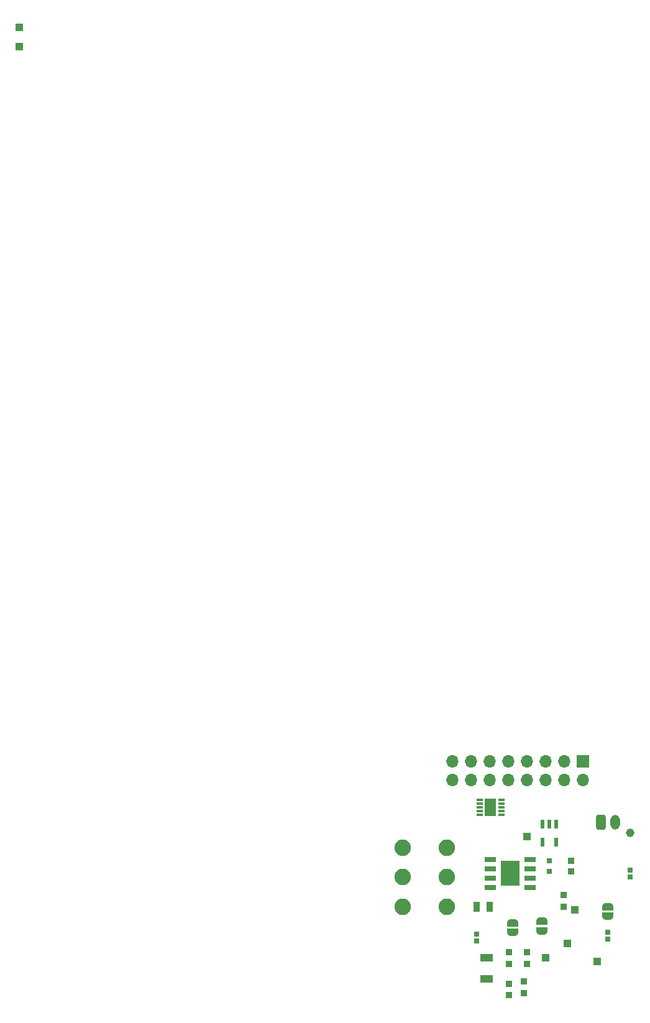
<source format=gbr>
%TF.GenerationSoftware,KiCad,Pcbnew,8.0.1*%
%TF.CreationDate,2024-03-24T14:38:36+02:00*%
%TF.ProjectId,project,70726f6a-6563-4742-9e6b-696361645f70,rev?*%
%TF.SameCoordinates,Original*%
%TF.FileFunction,Soldermask,Top*%
%TF.FilePolarity,Negative*%
%FSLAX46Y46*%
G04 Gerber Fmt 4.6, Leading zero omitted, Abs format (unit mm)*
G04 Created by KiCad (PCBNEW 8.0.1) date 2024-03-24 14:38:36*
%MOMM*%
%LPD*%
G01*
G04 APERTURE LIST*
G04 Aperture macros list*
%AMRoundRect*
0 Rectangle with rounded corners*
0 $1 Rounding radius*
0 $2 $3 $4 $5 $6 $7 $8 $9 X,Y pos of 4 corners*
0 Add a 4 corners polygon primitive as box body*
4,1,4,$2,$3,$4,$5,$6,$7,$8,$9,$2,$3,0*
0 Add four circle primitives for the rounded corners*
1,1,$1+$1,$2,$3*
1,1,$1+$1,$4,$5*
1,1,$1+$1,$6,$7*
1,1,$1+$1,$8,$9*
0 Add four rect primitives between the rounded corners*
20,1,$1+$1,$2,$3,$4,$5,0*
20,1,$1+$1,$4,$5,$6,$7,0*
20,1,$1+$1,$6,$7,$8,$9,0*
20,1,$1+$1,$8,$9,$2,$3,0*%
%AMFreePoly0*
4,1,19,0.500000,-0.750000,0.000000,-0.750000,0.000000,-0.744911,-0.071157,-0.744911,-0.207708,-0.704816,-0.327430,-0.627875,-0.420627,-0.520320,-0.479746,-0.390866,-0.500000,-0.250000,-0.500000,0.250000,-0.479746,0.390866,-0.420627,0.520320,-0.327430,0.627875,-0.207708,0.704816,-0.071157,0.744911,0.000000,0.744911,0.000000,0.750000,0.500000,0.750000,0.500000,-0.750000,0.500000,-0.750000,
$1*%
%AMFreePoly1*
4,1,19,0.000000,0.744911,0.071157,0.744911,0.207708,0.704816,0.327430,0.627875,0.420627,0.520320,0.479746,0.390866,0.500000,0.250000,0.500000,-0.250000,0.479746,-0.390866,0.420627,-0.520320,0.327430,-0.627875,0.207708,-0.704816,0.071157,-0.744911,0.000000,-0.744911,0.000000,-0.750000,-0.500000,-0.750000,-0.500000,0.750000,0.000000,0.750000,0.000000,0.744911,0.000000,0.744911,
$1*%
G04 Aperture macros list end*
%ADD10R,1.000000X1.000000*%
%ADD11C,2.250000*%
%ADD12R,0.850000X0.300000*%
%ADD13R,1.650000X2.380000*%
%ADD14C,1.150000*%
%ADD15RoundRect,0.250000X0.400000X-0.750000X0.400000X0.750000X-0.400000X0.750000X-0.400000X-0.750000X0*%
%ADD16O,1.300000X2.000000*%
%ADD17R,0.800000X0.800000*%
%ADD18R,0.950000X0.900000*%
%ADD19R,2.513000X3.402000*%
%ADD20R,1.525000X0.700000*%
%ADD21R,0.600000X1.200000*%
%ADD22FreePoly0,270.000000*%
%ADD23FreePoly1,270.000000*%
%ADD24R,0.812800X1.397000*%
%ADD25R,0.720000X0.690000*%
%ADD26R,1.700000X1.700000*%
%ADD27O,1.700000X1.700000*%
%ADD28R,1.750000X1.050000*%
G04 APERTURE END LIST*
D10*
%TO.C,TP5*%
X775000Y-3325000D03*
%TD*%
%TO.C,TP3*%
X775000Y-775000D03*
%TD*%
D11*
%TO.C,S1*%
X53000000Y-112500000D03*
X53000000Y-116500000D03*
X53000000Y-120500000D03*
X59000000Y-112500000D03*
X59000000Y-116500000D03*
X59000000Y-120500000D03*
%TD*%
D12*
%TO.C,IC2*%
X63550000Y-106000000D03*
X63550000Y-106500000D03*
X63550000Y-107000000D03*
X63550000Y-107500000D03*
X63550000Y-108000000D03*
X66450000Y-108000000D03*
X66450000Y-107500000D03*
X66450000Y-107000000D03*
X66450000Y-106500000D03*
X66450000Y-106000000D03*
D13*
X65000000Y-107000000D03*
%TD*%
D14*
%TO.C,J2*%
X84050000Y-110500000D03*
D15*
X80000000Y-109000000D03*
D16*
X82000000Y-109000000D03*
%TD*%
D10*
%TO.C,ADC*%
X72500000Y-127500000D03*
%TD*%
%TO.C,TP4*%
X76500000Y-121000000D03*
%TD*%
%TO.C,TP1*%
X75500000Y-125500000D03*
%TD*%
D17*
%TO.C,LED2*%
X73000000Y-114250000D03*
X73000000Y-115750000D03*
%TD*%
D18*
%TO.C,LED1*%
X76000000Y-114250000D03*
X76000000Y-115750000D03*
%TD*%
D19*
%TO.C,IC1*%
X67712000Y-116000000D03*
D20*
X70424000Y-114095000D03*
X70424000Y-115365000D03*
X70424000Y-116635000D03*
X70424000Y-117905000D03*
X65000000Y-117905000D03*
X65000000Y-116635000D03*
X65000000Y-115365000D03*
X65000000Y-114095000D03*
%TD*%
D10*
%TO.C,BatterytoLoad1*%
X79500000Y-128000000D03*
%TD*%
D21*
%TO.C,R13*%
X73950000Y-109250000D03*
X73000000Y-109250000D03*
X72050000Y-109250000D03*
X72050000Y-111750000D03*
X73950000Y-111750000D03*
%TD*%
D22*
%TO.C,JP2*%
X68000000Y-122700000D03*
D23*
X68000000Y-124000000D03*
%TD*%
D18*
%TO.C,R12*%
X75000000Y-118900000D03*
X75000000Y-120500000D03*
%TD*%
D24*
%TO.C,R4*%
X63123700Y-120500000D03*
X64876300Y-120500000D03*
%TD*%
D22*
%TO.C,JP3*%
X72000000Y-122500000D03*
D23*
X72000000Y-123800000D03*
%TD*%
D18*
%TO.C,R5*%
X67500000Y-132600000D03*
X67500000Y-131000000D03*
%TD*%
D10*
%TO.C,5V*%
X70000000Y-111000000D03*
%TD*%
D25*
%TO.C,C2*%
X63070000Y-124260000D03*
X63070000Y-125180000D03*
%TD*%
D18*
%TO.C,R7*%
X67500000Y-126700000D03*
X67500000Y-128300000D03*
%TD*%
D25*
%TO.C,C3*%
X81000000Y-124040000D03*
X81000000Y-124960000D03*
%TD*%
%TO.C,C1*%
X84000000Y-115540000D03*
X84000000Y-116460000D03*
%TD*%
D18*
%TO.C,R3*%
X70000000Y-126700000D03*
X70000000Y-128300000D03*
%TD*%
D22*
%TO.C,JP1*%
X81000000Y-120500000D03*
D23*
X81000000Y-121800000D03*
%TD*%
D26*
%TO.C,J1*%
X77625000Y-100765000D03*
D27*
X77625000Y-103305000D03*
X75085000Y-100765000D03*
X75085000Y-103305000D03*
X72545000Y-100765000D03*
X72545000Y-103305000D03*
X70005000Y-100765000D03*
X70005000Y-103305000D03*
X67465000Y-100765000D03*
X67465000Y-103305000D03*
X64925000Y-100765000D03*
X64925000Y-103305000D03*
X62385000Y-100765000D03*
X62385000Y-103305000D03*
X59845000Y-100765000D03*
X59845000Y-103305000D03*
%TD*%
D28*
%TO.C,R2*%
X64500000Y-127500000D03*
X64500000Y-130400000D03*
%TD*%
D18*
%TO.C,R1*%
X69500000Y-130700000D03*
X69500000Y-132300000D03*
%TD*%
M02*

</source>
